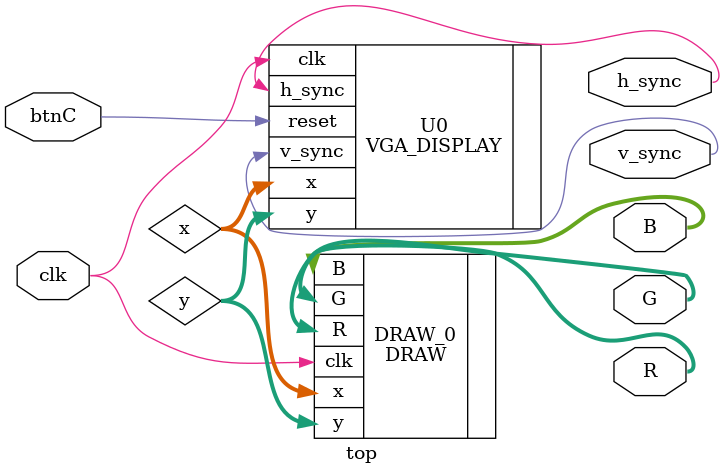
<source format=v>
`timescale 1ns / 1ps


module top(
    input btnC,
    input clk, 
    output v_sync, h_sync,
    output [3:0] R, G, B
    );
    
    wire [9:0] x;
    wire [8:0] y;
    
    VGA_DISPLAY U0(
        .clk(clk),
        .reset(btnC),
        .v_sync(v_sync), 
        .h_sync(h_sync),
        .x(x),
        .y(y)
    );
    
    DRAW #(
        .X_BIT_SIZE(11),
        .Y_BIT_SIZE(10)
    ) DRAW_0 (
        .clk(clk),
        .x(x),
        .y(y),
        .R(R),
        .G(G),
        .B(B)
    );
    
endmodule

</source>
